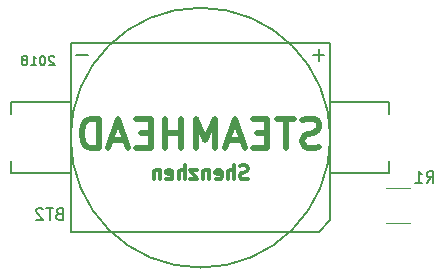
<source format=gbr>
G04 #@! TF.FileFunction,Legend,Bot*
%FSLAX46Y46*%
G04 Gerber Fmt 4.6, Leading zero omitted, Abs format (unit mm)*
G04 Created by KiCad (PCBNEW 4.0.7-e2-6376~58~ubuntu16.04.1) date Fri Oct 19 14:23:41 2018*
%MOMM*%
%LPD*%
G01*
G04 APERTURE LIST*
%ADD10C,0.100000*%
%ADD11C,0.200000*%
%ADD12C,0.300000*%
%ADD13C,0.500000*%
%ADD14C,0.150000*%
%ADD15C,0.120000*%
G04 APERTURE END LIST*
D10*
D11*
X67621429Y-45638095D02*
X67583334Y-45600000D01*
X67507143Y-45561905D01*
X67316667Y-45561905D01*
X67240477Y-45600000D01*
X67202381Y-45638095D01*
X67164286Y-45714286D01*
X67164286Y-45790476D01*
X67202381Y-45904762D01*
X67659524Y-46361905D01*
X67164286Y-46361905D01*
X66669048Y-45561905D02*
X66592857Y-45561905D01*
X66516667Y-45600000D01*
X66478572Y-45638095D01*
X66440476Y-45714286D01*
X66402381Y-45866667D01*
X66402381Y-46057143D01*
X66440476Y-46209524D01*
X66478572Y-46285714D01*
X66516667Y-46323810D01*
X66592857Y-46361905D01*
X66669048Y-46361905D01*
X66745238Y-46323810D01*
X66783334Y-46285714D01*
X66821429Y-46209524D01*
X66859524Y-46057143D01*
X66859524Y-45866667D01*
X66821429Y-45714286D01*
X66783334Y-45638095D01*
X66745238Y-45600000D01*
X66669048Y-45561905D01*
X65640476Y-46361905D02*
X66097619Y-46361905D01*
X65869048Y-46361905D02*
X65869048Y-45561905D01*
X65945238Y-45676190D01*
X66021429Y-45752381D01*
X66097619Y-45790476D01*
X65183333Y-45904762D02*
X65259524Y-45866667D01*
X65297619Y-45828571D01*
X65335714Y-45752381D01*
X65335714Y-45714286D01*
X65297619Y-45638095D01*
X65259524Y-45600000D01*
X65183333Y-45561905D01*
X65030952Y-45561905D01*
X64954762Y-45600000D01*
X64916666Y-45638095D01*
X64878571Y-45714286D01*
X64878571Y-45752381D01*
X64916666Y-45828571D01*
X64954762Y-45866667D01*
X65030952Y-45904762D01*
X65183333Y-45904762D01*
X65259524Y-45942857D01*
X65297619Y-45980952D01*
X65335714Y-46057143D01*
X65335714Y-46209524D01*
X65297619Y-46285714D01*
X65259524Y-46323810D01*
X65183333Y-46361905D01*
X65030952Y-46361905D01*
X64954762Y-46323810D01*
X64916666Y-46285714D01*
X64878571Y-46209524D01*
X64878571Y-46057143D01*
X64916666Y-45980952D01*
X64954762Y-45942857D01*
X65030952Y-45904762D01*
D12*
X84028571Y-55985714D02*
X83857142Y-56042857D01*
X83571428Y-56042857D01*
X83457142Y-55985714D01*
X83399999Y-55928571D01*
X83342856Y-55814286D01*
X83342856Y-55700000D01*
X83399999Y-55585714D01*
X83457142Y-55528571D01*
X83571428Y-55471429D01*
X83799999Y-55414286D01*
X83914285Y-55357143D01*
X83971428Y-55300000D01*
X84028571Y-55185714D01*
X84028571Y-55071429D01*
X83971428Y-54957143D01*
X83914285Y-54900000D01*
X83799999Y-54842857D01*
X83514285Y-54842857D01*
X83342856Y-54900000D01*
X82828571Y-56042857D02*
X82828571Y-54842857D01*
X82314285Y-56042857D02*
X82314285Y-55414286D01*
X82371428Y-55300000D01*
X82485714Y-55242857D01*
X82657142Y-55242857D01*
X82771428Y-55300000D01*
X82828571Y-55357143D01*
X81285714Y-55985714D02*
X81400000Y-56042857D01*
X81628571Y-56042857D01*
X81742857Y-55985714D01*
X81800000Y-55871429D01*
X81800000Y-55414286D01*
X81742857Y-55300000D01*
X81628571Y-55242857D01*
X81400000Y-55242857D01*
X81285714Y-55300000D01*
X81228571Y-55414286D01*
X81228571Y-55528571D01*
X81800000Y-55642857D01*
X80714286Y-55242857D02*
X80714286Y-56042857D01*
X80714286Y-55357143D02*
X80657143Y-55300000D01*
X80542857Y-55242857D01*
X80371429Y-55242857D01*
X80257143Y-55300000D01*
X80200000Y-55414286D01*
X80200000Y-56042857D01*
X79742857Y-55242857D02*
X79114286Y-55242857D01*
X79742857Y-56042857D01*
X79114286Y-56042857D01*
X78657143Y-56042857D02*
X78657143Y-54842857D01*
X78142857Y-56042857D02*
X78142857Y-55414286D01*
X78200000Y-55300000D01*
X78314286Y-55242857D01*
X78485714Y-55242857D01*
X78600000Y-55300000D01*
X78657143Y-55357143D01*
X77114286Y-55985714D02*
X77228572Y-56042857D01*
X77457143Y-56042857D01*
X77571429Y-55985714D01*
X77628572Y-55871429D01*
X77628572Y-55414286D01*
X77571429Y-55300000D01*
X77457143Y-55242857D01*
X77228572Y-55242857D01*
X77114286Y-55300000D01*
X77057143Y-55414286D01*
X77057143Y-55528571D01*
X77628572Y-55642857D01*
X76542858Y-55242857D02*
X76542858Y-56042857D01*
X76542858Y-55357143D02*
X76485715Y-55300000D01*
X76371429Y-55242857D01*
X76200001Y-55242857D01*
X76085715Y-55300000D01*
X76028572Y-55414286D01*
X76028572Y-56042857D01*
D13*
X90059524Y-53261905D02*
X89702381Y-53380952D01*
X89107143Y-53380952D01*
X88869047Y-53261905D01*
X88750000Y-53142857D01*
X88630952Y-52904762D01*
X88630952Y-52666667D01*
X88750000Y-52428571D01*
X88869047Y-52309524D01*
X89107143Y-52190476D01*
X89583333Y-52071429D01*
X89821428Y-51952381D01*
X89940476Y-51833333D01*
X90059524Y-51595238D01*
X90059524Y-51357143D01*
X89940476Y-51119048D01*
X89821428Y-51000000D01*
X89583333Y-50880952D01*
X88988095Y-50880952D01*
X88630952Y-51000000D01*
X87916667Y-50880952D02*
X86488095Y-50880952D01*
X87202381Y-53380952D02*
X87202381Y-50880952D01*
X85654762Y-52071429D02*
X84821429Y-52071429D01*
X84464286Y-53380952D02*
X85654762Y-53380952D01*
X85654762Y-50880952D01*
X84464286Y-50880952D01*
X83511905Y-52666667D02*
X82321428Y-52666667D01*
X83750000Y-53380952D02*
X82916666Y-50880952D01*
X82083333Y-53380952D01*
X81250000Y-53380952D02*
X81250000Y-50880952D01*
X80416667Y-52666667D01*
X79583333Y-50880952D01*
X79583333Y-53380952D01*
X78392857Y-53380952D02*
X78392857Y-50880952D01*
X78392857Y-52071429D02*
X76964285Y-52071429D01*
X76964285Y-53380952D02*
X76964285Y-50880952D01*
X75773809Y-52071429D02*
X74940476Y-52071429D01*
X74583333Y-53380952D02*
X75773809Y-53380952D01*
X75773809Y-50880952D01*
X74583333Y-50880952D01*
X73630952Y-52666667D02*
X72440475Y-52666667D01*
X73869047Y-53380952D02*
X73035713Y-50880952D01*
X72202380Y-53380952D01*
X71369047Y-53380952D02*
X71369047Y-50880952D01*
X70773809Y-50880952D01*
X70416666Y-51000000D01*
X70178571Y-51238095D01*
X70059523Y-51476190D01*
X69940475Y-51952381D01*
X69940475Y-52309524D01*
X70059523Y-52785714D01*
X70178571Y-53023810D01*
X70416666Y-53261905D01*
X70773809Y-53380952D01*
X71369047Y-53380952D01*
D14*
X69000000Y-60500000D02*
X90000000Y-60500000D01*
X69000000Y-44500000D02*
X91000000Y-44500000D01*
X69000000Y-60500000D02*
X69000000Y-44500000D01*
X91000000Y-59500000D02*
X91000000Y-44500000D01*
X91000000Y-59500000D02*
X90000000Y-60500000D01*
X91000000Y-52500000D02*
G75*
G03X91000000Y-52500000I-11000000J0D01*
G01*
X64000000Y-55500000D02*
X69000000Y-55500000D01*
X64000000Y-54500000D02*
X64000000Y-55500000D01*
X64000000Y-49500000D02*
X69000000Y-49500000D01*
X64000000Y-50500000D02*
X64000000Y-49500000D01*
X96000000Y-55500000D02*
X96000000Y-54500000D01*
X91000000Y-55500000D02*
X96000000Y-55500000D01*
X96000000Y-49500000D02*
X91000000Y-49500000D01*
X96000000Y-50500000D02*
X96000000Y-49500000D01*
X90000000Y-46000000D02*
X90000000Y-45000000D01*
X90250000Y-45500000D02*
X90500000Y-45500000D01*
X89500000Y-45500000D02*
X90250000Y-45500000D01*
X69500000Y-45500000D02*
X70500000Y-45500000D01*
D15*
X95750000Y-59730000D02*
X97750000Y-59730000D01*
X97750000Y-56770000D02*
X95750000Y-56770000D01*
D14*
X68035714Y-58928571D02*
X67892857Y-58976190D01*
X67845238Y-59023810D01*
X67797619Y-59119048D01*
X67797619Y-59261905D01*
X67845238Y-59357143D01*
X67892857Y-59404762D01*
X67988095Y-59452381D01*
X68369048Y-59452381D01*
X68369048Y-58452381D01*
X68035714Y-58452381D01*
X67940476Y-58500000D01*
X67892857Y-58547619D01*
X67845238Y-58642857D01*
X67845238Y-58738095D01*
X67892857Y-58833333D01*
X67940476Y-58880952D01*
X68035714Y-58928571D01*
X68369048Y-58928571D01*
X67511905Y-58452381D02*
X66940476Y-58452381D01*
X67226191Y-59452381D02*
X67226191Y-58452381D01*
X66654762Y-58547619D02*
X66607143Y-58500000D01*
X66511905Y-58452381D01*
X66273809Y-58452381D01*
X66178571Y-58500000D01*
X66130952Y-58547619D01*
X66083333Y-58642857D01*
X66083333Y-58738095D01*
X66130952Y-58880952D01*
X66702381Y-59452381D01*
X66083333Y-59452381D01*
X99146666Y-56332381D02*
X99480000Y-55856190D01*
X99718095Y-56332381D02*
X99718095Y-55332381D01*
X99337142Y-55332381D01*
X99241904Y-55380000D01*
X99194285Y-55427619D01*
X99146666Y-55522857D01*
X99146666Y-55665714D01*
X99194285Y-55760952D01*
X99241904Y-55808571D01*
X99337142Y-55856190D01*
X99718095Y-55856190D01*
X98194285Y-56332381D02*
X98765714Y-56332381D01*
X98480000Y-56332381D02*
X98480000Y-55332381D01*
X98575238Y-55475238D01*
X98670476Y-55570476D01*
X98765714Y-55618095D01*
M02*

</source>
